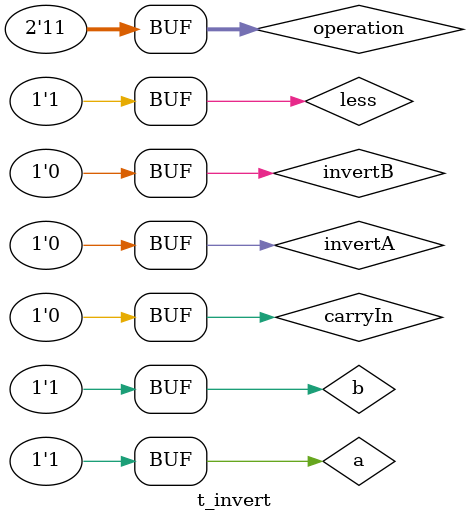
<source format=v>
`timescale 1ns/1ns
`include "../lib/ALU_1bit.v"
`include "../lib/Full_adder.v"

module t_invert;
    
    reg a, b, invertA, invertB, carryIn, less;
    reg [1:0] operation;
    wire result, carryOut;

    ALU_1bit m(result, carryOut, a, b, invertA, invertB, operation, carryIn, less);

    initial begin
        $dumpfile("t_invert.vcd");
        $dumpvars(0, t_invert);

        less = 1'b1;
        operation = 2'b11;  // AND test
        invertA = 1'b0;
        invertB = 1'b0;
        carryIn = 1'b0;
        a = 1'b0;
        b = 1'b0;
        #20;

        a = 1'b0;
        b = 1'b1;
        #20;

        a = 1'b1;
        b = 1'b0;
        #20;
        
        a = 1'b1;
        b = 1'b1;
        #20;

        $display("end of test.");
    end


endmodule
</source>
